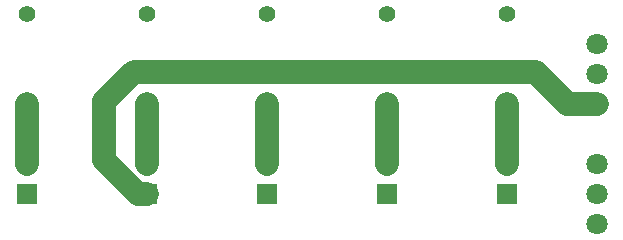
<source format=gbr>
%TF.GenerationSoftware,KiCad,Pcbnew,7.0.9*%
%TF.CreationDate,2024-08-10T11:55:06+09:00*%
%TF.ProjectId,LEDboard,4c454462-6f61-4726-942e-6b696361645f,rev?*%
%TF.SameCoordinates,Original*%
%TF.FileFunction,Copper,L2,Bot*%
%TF.FilePolarity,Positive*%
%FSLAX46Y46*%
G04 Gerber Fmt 4.6, Leading zero omitted, Abs format (unit mm)*
G04 Created by KiCad (PCBNEW 7.0.9) date 2024-08-10 11:55:06*
%MOMM*%
%LPD*%
G01*
G04 APERTURE LIST*
%TA.AperFunction,ComponentPad*%
%ADD10C,1.400000*%
%TD*%
%TA.AperFunction,ComponentPad*%
%ADD11O,1.400000X1.400000*%
%TD*%
%TA.AperFunction,ComponentPad*%
%ADD12C,1.800000*%
%TD*%
%TA.AperFunction,ComponentPad*%
%ADD13R,1.800000X1.800000*%
%TD*%
%TA.AperFunction,Conductor*%
%ADD14C,2.000000*%
%TD*%
G04 APERTURE END LIST*
D10*
%TO.P,R5,1*%
%TO.N,Net-(J1-Pin_1)*%
X158050000Y-87570000D03*
D11*
%TO.P,R5,2*%
%TO.N,Net-(D5-A)*%
X158050000Y-95190000D03*
%TD*%
D10*
%TO.P,R4,1*%
%TO.N,Net-(J1-Pin_1)*%
X147890000Y-87570000D03*
D11*
%TO.P,R4,2*%
%TO.N,Net-(D4-A)*%
X147890000Y-95190000D03*
%TD*%
D10*
%TO.P,R3,1*%
%TO.N,Net-(J1-Pin_1)*%
X137730000Y-87570000D03*
D11*
%TO.P,R3,2*%
%TO.N,Net-(D3-A)*%
X137730000Y-95190000D03*
%TD*%
D10*
%TO.P,R2,1*%
%TO.N,Net-(J1-Pin_1)*%
X127570000Y-87570000D03*
D11*
%TO.P,R2,2*%
%TO.N,Net-(D2-A)*%
X127570000Y-95190000D03*
%TD*%
D10*
%TO.P,R1,1*%
%TO.N,Net-(J1-Pin_1)*%
X117410000Y-87570000D03*
D11*
%TO.P,R1,2*%
%TO.N,Net-(D1-A)*%
X117410000Y-95190000D03*
%TD*%
D12*
%TO.P,J2,1,Pin_1*%
%TO.N,Net-(D3-K)*%
X165670000Y-100270000D03*
%TO.P,J2,2,Pin_2*%
%TO.N,Net-(D4-K)*%
X165670000Y-102810000D03*
%TO.P,J2,3,Pin_3*%
%TO.N,Net-(D5-K)*%
X165670000Y-105350000D03*
%TD*%
%TO.P,J1,1,Pin_1*%
%TO.N,Net-(J1-Pin_1)*%
X165670000Y-90110000D03*
%TO.P,J1,2,Pin_2*%
%TO.N,Net-(D1-K)*%
X165670000Y-92650000D03*
%TO.P,J1,3,Pin_3*%
%TO.N,Net-(D2-K)*%
X165670000Y-95190000D03*
%TD*%
D13*
%TO.P,D5,1,K*%
%TO.N,Net-(D5-K)*%
X158050000Y-102810000D03*
D12*
%TO.P,D5,2,A*%
%TO.N,Net-(D5-A)*%
X158050000Y-100270000D03*
%TD*%
D13*
%TO.P,D4,1,K*%
%TO.N,Net-(D4-K)*%
X147890000Y-102810000D03*
D12*
%TO.P,D4,2,A*%
%TO.N,Net-(D4-A)*%
X147890000Y-100270000D03*
%TD*%
D13*
%TO.P,D3,1,K*%
%TO.N,Net-(D3-K)*%
X137730000Y-102810000D03*
D12*
%TO.P,D3,2,A*%
%TO.N,Net-(D3-A)*%
X137730000Y-100270000D03*
%TD*%
D13*
%TO.P,D2,1,K*%
%TO.N,Net-(D2-K)*%
X127570000Y-102810000D03*
D12*
%TO.P,D2,2,A*%
%TO.N,Net-(D2-A)*%
X127570000Y-100270000D03*
%TD*%
%TO.P,D1,2,A*%
%TO.N,Net-(D1-A)*%
X117410000Y-100270000D03*
D13*
%TO.P,D1,1,K*%
%TO.N,Net-(D1-K)*%
X117410000Y-102810000D03*
%TD*%
D14*
%TO.N,Net-(D5-A)*%
X158050000Y-95190000D02*
X158050000Y-100270000D01*
%TO.N,Net-(D4-A)*%
X147890000Y-95190000D02*
X147890000Y-100270000D01*
%TO.N,Net-(D3-A)*%
X137730000Y-95190000D02*
X137730000Y-100270000D01*
%TO.N,Net-(D2-A)*%
X127570000Y-95190000D02*
X127570000Y-100270000D01*
%TO.N,Net-(D2-K)*%
X126810000Y-102810000D02*
X127570000Y-102810000D01*
X126500000Y-92500000D02*
X124000000Y-95000000D01*
X124000000Y-95000000D02*
X124000000Y-100000000D01*
X160500000Y-92500000D02*
X126500000Y-92500000D01*
X124000000Y-100000000D02*
X126810000Y-102810000D01*
X163190000Y-95190000D02*
X160500000Y-92500000D01*
X165670000Y-95190000D02*
X163190000Y-95190000D01*
%TO.N,Net-(D1-A)*%
X117410000Y-95190000D02*
X117410000Y-100270000D01*
%TD*%
M02*

</source>
